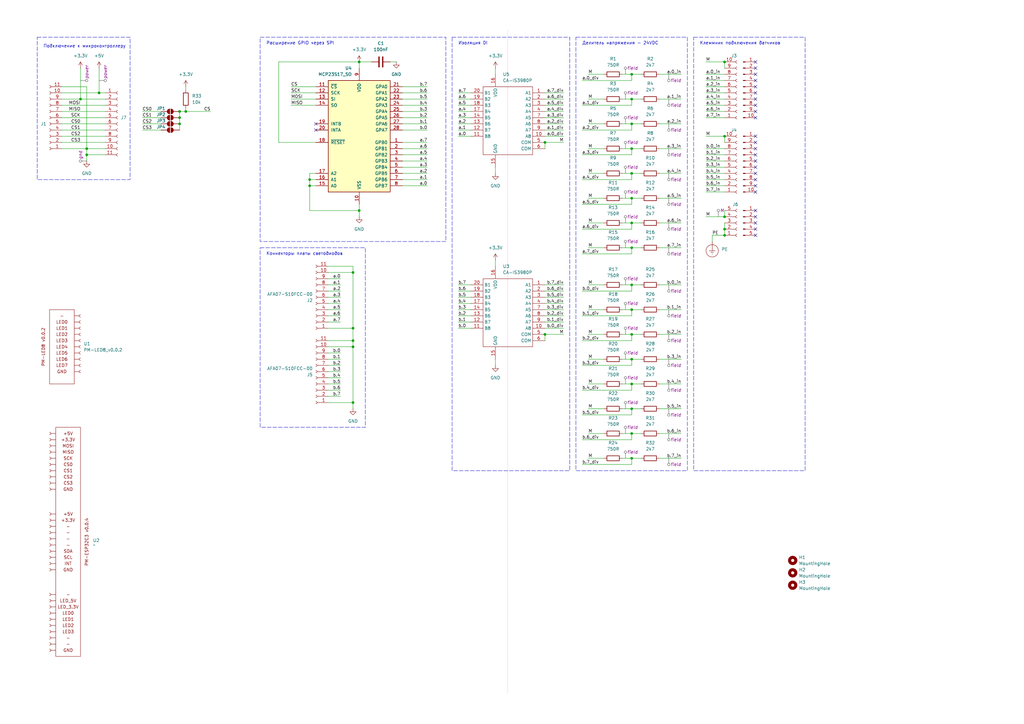
<source format=kicad_sch>
(kicad_sch (version 20231120) (generator "eeschema") (generator_version "8.0")
  (paper "A3")
  (title_block (title "${article} v${version}"))
  (junction (at 127 76.2))
  (junction (at 144.78 165.1))
  (junction (at 35.56 60.96))
  (junction (at 259.08 116.84))
  (junction (at 73.66 50.8))
  (junction (at 144.78 111.76))
  (junction (at 259.08 101.6))
  (junction (at 297.18 88.9))
  (junction (at 259.08 177.8))
  (junction (at 259.08 167.64))
  (junction (at 73.66 48.26))
  (junction (at 73.66 45.72))
  (junction (at 259.08 81.28))
  (junction (at 259.08 30.48))
  (junction (at 297.18 55.88))
  (junction (at 259.08 157.48))
  (junction (at 259.08 71.12))
  (junction (at 297.18 25.4))
  (junction (at 259.08 137.16))
  (junction (at 259.08 40.64))
  (junction (at 40.64 38.1))
  (junction (at 147.32 25.4))
  (junction (at 259.08 147.32))
  (junction (at 297.18 93.98))
  (junction (at 147.32 86.36))
  (junction (at 35.56 63.5))
  (junction (at 127 73.66))
  (junction (at 259.08 50.8))
  (junction (at 144.78 134.62))
  (junction (at 259.08 127))
  (junction (at 144.78 139.7))
  (junction (at 223.52 58.42))
  (junction (at 259.08 187.96))
  (junction (at 223.52 137.16))
  (junction (at 76.2 45.72))
  (junction (at 259.08 91.44))
  (junction (at 297.18 96.52))
  (junction (at 33.02 40.64))
  (junction (at 144.78 142.24))
  (junction (at 259.08 60.96))
  (no_connect (at 129.54 53.34))
  (no_connect (at 309.88 48.26))
  (no_connect (at 309.88 68.58))
  (no_connect (at 309.88 86.36))
  (no_connect (at 309.88 76.2))
  (no_connect (at 309.88 96.52))
  (no_connect (at 309.88 58.42))
  (no_connect (at 309.88 91.44))
  (no_connect (at 309.88 66.04))
  (no_connect (at 309.88 35.56))
  (no_connect (at 309.88 71.12))
  (no_connect (at 309.88 78.74))
  (no_connect (at 309.88 63.5))
  (no_connect (at 309.88 30.48))
  (no_connect (at 309.88 27.94))
  (no_connect (at 309.88 38.1))
  (no_connect (at 309.88 45.72))
  (no_connect (at 309.88 93.98))
  (no_connect (at 309.88 60.96))
  (no_connect (at 309.88 40.64))
  (no_connect (at 309.88 33.02))
  (no_connect (at 309.88 43.18))
  (no_connect (at 309.88 88.9))
  (no_connect (at 309.88 73.66))
  (no_connect (at 309.88 25.4))
  (no_connect (at 309.88 55.88))
  (no_connect (at 129.54 50.8))
  (wire (pts (xy 259.08 177.8) (xy 262.89 177.8)))
  (wire (pts (xy 231.14 132.08) (xy 223.52 132.08)))
  (wire (pts (xy 238.76 73.66) (xy 259.08 73.66)))
  (wire (pts (xy 259.08 73.66) (xy 259.08 71.12)))
  (wire (pts (xy 259.08 83.82) (xy 259.08 81.28)))
  (wire (pts (xy 231.14 50.8) (xy 223.52 50.8)))
  (wire (pts (xy 35.56 60.96) (xy 43.18 60.96)))
  (wire (pts (xy 139.7 119.38) (xy 134.62 119.38)))
  (wire (pts (xy 270.51 40.64) (xy 279.4 40.64)))
  (wire (pts (xy 270.51 137.16) (xy 279.4 137.16)))
  (wire (pts (xy 127 71.12) (xy 127 73.66)))
  (wire (pts (xy 25.4 43.18) (xy 43.18 43.18)))
  (wire (pts (xy 193.04 40.64) (xy 187.96 40.64)))
  (wire (pts (xy 259.08 30.48) (xy 262.89 30.48)))
  (wire (pts (xy 58.42 48.26) (xy 66.04 48.26)))
  (wire (pts (xy 223.52 58.42) (xy 223.52 60.96)))
  (wire (pts (xy 292.1 99.06) (xy 292.1 96.52)))
  (wire (pts (xy 259.08 137.16) (xy 262.89 137.16)))
  (wire (pts (xy 203.2 149.86) (xy 203.2 147.32)))
  (wire (pts (xy 270.51 167.64) (xy 279.4 167.64)))
  (wire (pts (xy 289.56 71.12) (xy 297.18 71.12)))
  (wire (pts (xy 238.76 139.7) (xy 259.08 139.7)))
  (wire (pts (xy 187.96 124.46) (xy 193.04 124.46)))
  (wire (pts (xy 238.76 104.14) (xy 259.08 104.14)))
  (wire (pts (xy 259.08 91.44) (xy 262.89 91.44)))
  (wire (pts (xy 175.26 43.18) (xy 165.1 43.18)))
  (wire (pts (xy 147.32 25.4) (xy 147.32 27.94)))
  (wire (pts (xy 259.08 180.34) (xy 259.08 177.8)))
  (wire (pts (xy 259.08 167.64) (xy 262.89 167.64)))
  (wire (pts (xy 259.08 160.02) (xy 259.08 157.48)))
  (wire (pts (xy 270.51 30.48) (xy 279.4 30.48)))
  (wire (pts (xy 241.3 101.6) (xy 247.65 101.6)))
  (wire (pts (xy 231.14 55.88) (xy 223.52 55.88)))
  (wire (pts (xy 297.18 93.98) (xy 297.18 96.52)))
  (wire (pts (xy 238.76 83.82) (xy 259.08 83.82)))
  (wire (pts (xy 255.27 157.48) (xy 259.08 157.48)))
  (wire (pts (xy 35.56 63.5) (xy 43.18 63.5)))
  (wire (pts (xy 270.51 101.6) (xy 279.4 101.6)))
  (wire (pts (xy 270.51 50.8) (xy 279.4 50.8)))
  (wire (pts (xy 187.96 55.88) (xy 193.04 55.88)))
  (wire (pts (xy 127 73.66) (xy 129.54 73.66)))
  (wire (pts (xy 129.54 38.1) (xy 119.38 38.1)))
  (wire (pts (xy 241.3 137.16) (xy 247.65 137.16)))
  (wire (pts (xy 129.54 71.12) (xy 127 71.12)))
  (wire (pts (xy 134.62 142.24) (xy 144.78 142.24)))
  (wire (pts (xy 231.14 127) (xy 223.52 127)))
  (wire (pts (xy 270.51 116.84) (xy 279.4 116.84)))
  (wire (pts (xy 129.54 40.64) (xy 119.38 40.64)))
  (wire (pts (xy 127 73.66) (xy 127 76.2)))
  (wire (pts (xy 255.27 177.8) (xy 259.08 177.8)))
  (wire (pts (xy 25.4 50.8) (xy 43.18 50.8)))
  (wire (pts (xy 187.96 116.84) (xy 193.04 116.84)))
  (wire (pts (xy 241.3 40.64) (xy 247.65 40.64)))
  (wire (pts (xy 259.08 127) (xy 259.08 129.54)))
  (wire (pts (xy 259.08 40.64) (xy 259.08 43.18)))
  (polyline (pts (xy 208.28 12.7) (xy 208.28 284.48)) (stroke (width 0) (type dot) (color 194 0 194 0.69)))
  (wire (pts (xy 259.08 139.7) (xy 259.08 137.16)))
  (wire (pts (xy 114.3 25.4) (xy 147.32 25.4)))
  (wire (pts (xy 25.4 35.56) (xy 35.56 35.56)))
  (wire (pts (xy 238.76 63.5) (xy 259.08 63.5)))
  (wire (pts (xy 259.08 53.34) (xy 259.08 50.8)))
  (wire (pts (xy 238.76 149.86) (xy 259.08 149.86)))
  (wire (pts (xy 289.56 40.64) (xy 297.18 40.64)))
  (wire (pts (xy 255.27 60.96) (xy 259.08 60.96)))
  (wire (pts (xy 289.56 66.04) (xy 297.18 66.04)))
  (wire (pts (xy 144.78 109.22) (xy 144.78 111.76)))
  (wire (pts (xy 175.26 45.72) (xy 165.1 45.72)))
  (wire (pts (xy 238.76 53.34) (xy 259.08 53.34)))
  (wire (pts (xy 139.7 157.48) (xy 134.62 157.48)))
  (wire (pts (xy 193.04 38.1) (xy 187.96 38.1)))
  (wire (pts (xy 255.27 127) (xy 259.08 127)))
  (wire (pts (xy 270.51 91.44) (xy 279.4 91.44)))
  (wire (pts (xy 255.27 91.44) (xy 259.08 91.44)))
  (wire (pts (xy 270.51 127) (xy 279.4 127)))
  (wire (pts (xy 134.62 139.7) (xy 144.78 139.7)))
  (wire (pts (xy 297.18 88.9) (xy 297.18 86.36)))
  (wire (pts (xy 134.62 111.76) (xy 144.78 111.76)))
  (wire (pts (xy 175.26 63.5) (xy 165.1 63.5)))
  (wire (pts (xy 238.76 93.98) (xy 259.08 93.98)))
  (wire (pts (xy 134.62 165.1) (xy 144.78 165.1)))
  (wire (pts (xy 187.96 43.18) (xy 193.04 43.18)))
  (wire (pts (xy 238.76 119.38) (xy 259.08 119.38)))
  (wire (pts (xy 175.26 71.12) (xy 165.1 71.12)))
  (wire (pts (xy 139.7 127) (xy 134.62 127)))
  (wire (pts (xy 231.14 43.18) (xy 223.52 43.18)))
  (wire (pts (xy 76.2 45.72) (xy 86.36 45.72)))
  (wire (pts (xy 238.76 170.18) (xy 259.08 170.18)))
  (wire (pts (xy 289.56 76.2) (xy 297.18 76.2)))
  (wire (pts (xy 114.3 58.42) (xy 114.3 25.4)))
  (wire (pts (xy 289.56 78.74) (xy 297.18 78.74)))
  (wire (pts (xy 241.3 177.8) (xy 247.65 177.8)))
  (wire (pts (xy 35.56 66.04) (xy 35.56 63.5)))
  (wire (pts (xy 292.1 96.52) (xy 297.18 96.52)))
  (wire (pts (xy 255.27 81.28) (xy 259.08 81.28)))
  (wire (pts (xy 255.27 71.12) (xy 259.08 71.12)))
  (wire (pts (xy 147.32 88.9) (xy 147.32 86.36)))
  (wire (pts (xy 259.08 50.8) (xy 262.89 50.8)))
  (wire (pts (xy 289.56 38.1) (xy 297.18 38.1)))
  (wire (pts (xy 223.52 137.16) (xy 231.14 137.16)))
  (wire (pts (xy 241.3 50.8) (xy 247.65 50.8)))
  (wire (pts (xy 259.08 63.5) (xy 259.08 60.96)))
  (wire (pts (xy 238.76 160.02) (xy 259.08 160.02)))
  (wire (pts (xy 25.4 53.34) (xy 43.18 53.34)))
  (wire (pts (xy 175.26 53.34) (xy 165.1 53.34)))
  (wire (pts (xy 259.08 71.12) (xy 262.89 71.12)))
  (wire (pts (xy 139.7 121.92) (xy 134.62 121.92)))
  (wire (pts (xy 134.62 132.08) (xy 139.7 132.08)))
  (wire (pts (xy 255.27 167.64) (xy 259.08 167.64)))
  (wire (pts (xy 33.02 40.64) (xy 43.18 40.64)))
  (wire (pts (xy 139.7 114.3) (xy 134.62 114.3)))
  (wire (pts (xy 147.32 86.36) (xy 127 86.36)))
  (wire (pts (xy 255.27 30.48) (xy 259.08 30.48)))
  (wire (pts (xy 241.3 187.96) (xy 247.65 187.96)))
  (wire (pts (xy 187.96 53.34) (xy 193.04 53.34)))
  (wire (pts (xy 33.02 27.94) (xy 33.02 40.64)))
  (wire (pts (xy 241.3 91.44) (xy 247.65 91.44)))
  (wire (pts (xy 203.2 106.68) (xy 203.2 109.22)))
  (wire (pts (xy 58.42 45.72) (xy 66.04 45.72)))
  (wire (pts (xy 231.14 129.54) (xy 223.52 129.54)))
  (wire (pts (xy 259.08 30.48) (xy 259.08 33.02)))
  (wire (pts (xy 35.56 63.5) (xy 35.56 60.96)))
  (wire (pts (xy 203.2 27.94) (xy 203.2 30.48)))
  (wire (pts (xy 231.14 119.38) (xy 223.52 119.38)))
  (wire (pts (xy 139.7 116.84) (xy 134.62 116.84)))
  (wire (pts (xy 231.14 45.72) (xy 223.52 45.72)))
  (wire (pts (xy 231.14 53.34) (xy 223.52 53.34)))
  (wire (pts (xy 187.96 127) (xy 193.04 127)))
  (wire (pts (xy 270.51 187.96) (xy 279.4 187.96)))
  (wire (pts (xy 259.08 116.84) (xy 262.89 116.84)))
  (wire (pts (xy 259.08 104.14) (xy 259.08 101.6)))
  (wire (pts (xy 241.3 81.28) (xy 247.65 81.28)))
  (wire (pts (xy 76.2 44.45) (xy 76.2 45.72)))
  (wire (pts (xy 270.51 71.12) (xy 279.4 71.12)))
  (wire (pts (xy 297.18 25.4) (xy 289.56 25.4)))
  (wire (pts (xy 241.3 157.48) (xy 247.65 157.48)))
  (wire (pts (xy 231.14 48.26) (xy 223.52 48.26)))
  (wire (pts (xy 175.26 38.1) (xy 165.1 38.1)))
  (wire (pts (xy 289.56 33.02) (xy 297.18 33.02)))
  (wire (pts (xy 175.26 35.56) (xy 165.1 35.56)))
  (wire (pts (xy 223.52 40.64) (xy 231.14 40.64)))
  (wire (pts (xy 139.7 124.46) (xy 134.62 124.46)))
  (wire (pts (xy 127 76.2) (xy 127 86.36)))
  (wire (pts (xy 238.76 33.02) (xy 259.08 33.02)))
  (wire (pts (xy 175.26 76.2) (xy 165.1 76.2)))
  (wire (pts (xy 289.56 30.48) (xy 297.18 30.48)))
  (wire (pts (xy 129.54 43.18) (xy 119.38 43.18)))
  (wire (pts (xy 139.7 154.94) (xy 134.62 154.94)))
  (wire (pts (xy 255.27 137.16) (xy 259.08 137.16)))
  (wire (pts (xy 129.54 35.56) (xy 119.38 35.56)))
  (wire (pts (xy 259.08 147.32) (xy 262.89 147.32)))
  (wire (pts (xy 187.96 45.72) (xy 193.04 45.72)))
  (wire (pts (xy 73.66 50.8) (xy 73.66 53.34)))
  (wire (pts (xy 270.51 147.32) (xy 279.4 147.32)))
  (wire (pts (xy 270.51 81.28) (xy 279.4 81.28)))
  (wire (pts (xy 241.3 116.84) (xy 247.65 116.84)))
  (wire (pts (xy 231.14 134.62) (xy 223.52 134.62)))
  (wire (pts (xy 289.56 68.58) (xy 297.18 68.58)))
  (wire (pts (xy 175.26 40.64) (xy 165.1 40.64)))
  (wire (pts (xy 223.52 38.1) (xy 231.14 38.1)))
  (wire (pts (xy 73.66 48.26) (xy 73.66 50.8)))
  (wire (pts (xy 259.08 116.84) (xy 259.08 119.38)))
  (wire (pts (xy 187.96 119.38) (xy 193.04 119.38)))
  (wire (pts (xy 289.56 35.56) (xy 297.18 35.56)))
  (wire (pts (xy 162.56 25.4) (xy 160.02 25.4)))
  (wire (pts (xy 289.56 73.66) (xy 297.18 73.66)))
  (wire (pts (xy 289.56 48.26) (xy 297.18 48.26)))
  (wire (pts (xy 40.64 38.1) (xy 25.4 38.1)))
  (wire (pts (xy 175.26 60.96) (xy 165.1 60.96)))
  (wire (pts (xy 175.26 48.26) (xy 165.1 48.26)))
  (wire (pts (xy 175.26 58.42) (xy 165.1 58.42)))
  (wire (pts (xy 241.3 71.12) (xy 247.65 71.12)))
  (wire (pts (xy 187.96 132.08) (xy 193.04 132.08)))
  (wire (pts (xy 259.08 60.96) (xy 262.89 60.96)))
  (wire (pts (xy 76.2 35.56) (xy 76.2 36.83)))
  (wire (pts (xy 259.08 170.18) (xy 259.08 167.64)))
  (wire (pts (xy 289.56 43.18) (xy 297.18 43.18)))
  (wire (pts (xy 238.76 43.18) (xy 259.08 43.18)))
  (wire (pts (xy 139.7 152.4) (xy 134.62 152.4)))
  (wire (pts (xy 134.62 134.62) (xy 144.78 134.62)))
  (wire (pts (xy 259.08 190.5) (xy 259.08 187.96)))
  (wire (pts (xy 289.56 60.96) (xy 297.18 60.96)))
  (wire (pts (xy 289.56 63.5) (xy 297.18 63.5)))
  (wire (pts (xy 255.27 101.6) (xy 259.08 101.6)))
  (wire (pts (xy 241.3 30.48) (xy 247.65 30.48)))
  (wire (pts (xy 259.08 101.6) (xy 262.89 101.6)))
  (wire (pts (xy 187.96 129.54) (xy 193.04 129.54)))
  (wire (pts (xy 259.08 93.98) (xy 259.08 91.44)))
  (wire (pts (xy 238.76 190.5) (xy 259.08 190.5)))
  (wire (pts (xy 259.08 149.86) (xy 259.08 147.32)))
  (wire (pts (xy 175.26 73.66) (xy 165.1 73.66)))
  (wire (pts (xy 241.3 147.32) (xy 247.65 147.32)))
  (wire (pts (xy 144.78 142.24) (xy 144.78 165.1)))
  (wire (pts (xy 35.56 35.56) (xy 35.56 60.96)))
  (wire (pts (xy 297.18 93.98) (xy 297.18 91.44)))
  (wire (pts (xy 231.14 124.46) (xy 223.52 124.46)))
  (wire (pts (xy 147.32 83.82) (xy 147.32 86.36)))
  (wire (pts (xy 58.42 53.34) (xy 66.04 53.34)))
  (wire (pts (xy 40.64 27.94) (xy 40.64 38.1)))
  (wire (pts (xy 297.18 55.88) (xy 297.18 58.42)))
  (wire (pts (xy 139.7 149.86) (xy 134.62 149.86)))
  (wire (pts (xy 270.51 60.96) (xy 279.4 60.96)))
  (wire (pts (xy 203.2 71.12) (xy 203.2 68.58)))
  (wire (pts (xy 25.4 45.72) (xy 43.18 45.72)))
  (wire (pts (xy 223.52 137.16) (xy 223.52 139.7)))
  (wire (pts (xy 144.78 134.62) (xy 144.78 139.7)))
  (wire (pts (xy 35.56 60.96) (xy 25.4 60.96)))
  (wire (pts (xy 259.08 157.48) (xy 262.89 157.48)))
  (wire (pts (xy 139.7 160.02) (xy 134.62 160.02)))
  (wire (pts (xy 255.27 50.8) (xy 259.08 50.8)))
  (wire (pts (xy 139.7 162.56) (xy 134.62 162.56)))
  (wire (pts (xy 58.42 50.8) (xy 66.04 50.8)))
  (wire (pts (xy 40.64 38.1) (xy 43.18 38.1)))
  (wire (pts (xy 259.08 40.64) (xy 262.89 40.64)))
  (wire (pts (xy 241.3 127) (xy 247.65 127)))
  (wire (pts (xy 139.7 144.78) (xy 134.62 144.78)))
  (wire (pts (xy 25.4 55.88) (xy 43.18 55.88)))
  (wire (pts (xy 223.52 58.42) (xy 231.14 58.42)))
  (wire (pts (xy 241.3 60.96) (xy 247.65 60.96)))
  (wire (pts (xy 255.27 187.96) (xy 259.08 187.96)))
  (wire (pts (xy 33.02 40.64) (xy 25.4 40.64)))
  (wire (pts (xy 73.66 45.72) (xy 73.66 48.26)))
  (wire (pts (xy 259.08 187.96) (xy 262.89 187.96)))
  (wire (pts (xy 147.32 25.4) (xy 152.4 25.4)))
  (wire (pts (xy 238.76 129.54) (xy 259.08 129.54)))
  (wire (pts (xy 255.27 40.64) (xy 259.08 40.64)))
  (wire (pts (xy 187.96 48.26) (xy 193.04 48.26)))
  (wire (pts (xy 255.27 147.32) (xy 259.08 147.32)))
  (wire (pts (xy 289.56 45.72) (xy 297.18 45.72)))
  (wire (pts (xy 187.96 134.62) (xy 193.04 134.62)))
  (wire (pts (xy 175.26 50.8) (xy 165.1 50.8)))
  (wire (pts (xy 231.14 116.84) (xy 223.52 116.84)))
  (wire (pts (xy 144.78 165.1) (xy 144.78 167.64)))
  (wire (pts (xy 187.96 50.8) (xy 193.04 50.8)))
  (wire (pts (xy 187.96 121.92) (xy 193.04 121.92)))
  (wire (pts (xy 297.18 25.4) (xy 297.18 27.94)))
  (wire (pts (xy 129.54 58.42) (xy 114.3 58.42)))
  (wire (pts (xy 270.51 157.48) (xy 279.4 157.48)))
  (wire (pts (xy 139.7 147.32) (xy 134.62 147.32)))
  (wire (pts (xy 127 76.2) (xy 129.54 76.2)))
  (wire (pts (xy 270.51 177.8) (xy 279.4 177.8)))
  (wire (pts (xy 255.27 116.84) (xy 259.08 116.84)))
  (wire (pts (xy 25.4 58.42) (xy 43.18 58.42)))
  (wire (pts (xy 231.14 121.92) (xy 223.52 121.92)))
  (wire (pts (xy 175.26 66.04) (xy 165.1 66.04)))
  (wire (pts (xy 297.18 55.88) (xy 289.56 55.88)))
  (wire (pts (xy 241.3 167.64) (xy 247.65 167.64)))
  (wire (pts (xy 134.62 109.22) (xy 144.78 109.22)))
  (wire (pts (xy 73.66 45.72) (xy 76.2 45.72)))
  (wire (pts (xy 238.76 180.34) (xy 259.08 180.34)))
  (wire (pts (xy 289.56 88.9) (xy 297.18 88.9)))
  (wire (pts (xy 144.78 111.76) (xy 144.78 134.62)))
  (wire (pts (xy 175.26 68.58) (xy 165.1 68.58)))
  (wire (pts (xy 144.78 139.7) (xy 144.78 142.24)))
  (wire (pts (xy 259.08 127) (xy 262.89 127)))
  (wire (pts (xy 134.62 129.54) (xy 139.7 129.54)))
  (wire (pts (xy 259.08 81.28) (xy 262.89 81.28)))
  (wire (pts (xy 25.4 48.26) (xy 43.18 48.26)))
  (rectangle (start 236.22 15.24) (end 281.94 193.04) (stroke (width 0) (type dash)))
  (rectangle (start 15.24 15.24) (end 53.34 73.66) (stroke (width 0) (type dash)))
  (rectangle (start 185.42 15.24) (end 233.68 193.04) (stroke (width 0) (type dash)))
  (rectangle (start 106.68 101.6) (end 149.86 175.26) (stroke (width 0) (type dash)))
  (rectangle (start 284.48 15.24) (end 330.2 193.04) (stroke (width 0) (type dash)))
  (rectangle (start 106.68 15.24) (end 182.88 99.06) (stroke (width 0) (type dash)))
  (text "Делитель напряжения - 24VDC" (at 238.76 17.78 0) (effects (font (size 1.27 1.27)) (justify left)))
  (text "Подключение к микроконтроллеру" (at 17.78 18.288 0) (effects (font (size 1.27 1.27)) (justify left top)))
  (text "Клеммник подключения датчиков" (at 287.02 17.78 0) (effects (font (size 1.27 1.27)) (justify left)))
  (text "Расширение GPIO через SPI" (at 109.22 17.78 0) (effects (font (size 1.27 1.27)) (justify left)))
  (text "Изоляция DI" (at 187.96 17.78 0) (effects (font (size 1.27 1.27)) (justify left)))
  (text "Коннекторы платы светодиодов" (at 109.22 104.14 0) (effects (font (size 1.27 1.27)) (justify left)))
  (label "b.6_div" (at 238.76 180.34 0))
  (label "a.7" (at 187.96 38.1 0))
  (label "a.1_div" (at 238.76 43.18 0))
  (label "b.0_div" (at 238.76 119.38 0))
  (label "a.3_div" (at 231.14 48.26 180))
  (label "M" (at 289.56 55.88 0))
  (label "a.7" (at 139.7 132.08 180))
  (label "a.2_div" (at 231.14 50.8 180))
  (label "a.7_in" (at 289.56 48.26 0))
  (label "b.1_div" (at 231.14 132.08 180))
  (label "a.3_div" (at 238.76 63.5 0))
  (label "MOSI" (at 119.38 40.64 0))
  (label "b.7" (at 175.26 35.56 180))
  (label "b.0_div" (at 231.14 134.62 180))
  (label "a.5_div" (at 231.14 43.18 180))
  (label "MISO" (at 119.38 43.18 0))
  (label "a.0_in" (at 289.56 30.48 0))
  (label "a.2" (at 175.26 71.12 180))
  (label "b.2_in" (at 289.56 66.04 0))
  (label "a.5" (at 175.26 63.5 180))
  (label "b.0" (at 187.96 134.62 0))
  (label "M" (at 241.3 101.6 0))
  (label "b.1_in" (at 289.56 63.5 0))
  (label "a.5" (at 187.96 43.18 0))
  (label "b.7" (at 139.7 162.56 180))
  (label "b.5_in" (at 279.4 167.64 180))
  (label "M" (at 241.3 127 0))
  (label "M" (at 231.14 58.42 180))
  (label "a.4_div" (at 231.14 45.72 180))
  (label "b.4_in" (at 279.4 157.48 180))
  (label "a.5_in" (at 279.4 81.28 180))
  (label "MOSI" (at 33.02 43.18 180))
  (label "CS" (at 119.38 35.56 0))
  (label "b.3" (at 187.96 127 0))
  (label "CS0" (at 58.42 45.72 0))
  (label "M" (at 241.3 177.8 0))
  (label "M" (at 241.3 71.12 0))
  (label "a.5_in" (at 289.56 43.18 0))
  (label "a.1" (at 187.96 53.34 0))
  (label "a.4" (at 175.26 66.04 180))
  (label "a.4_div" (at 238.76 73.66 0))
  (label "CS2" (at 58.42 50.8 0))
  (label "M" (at 241.3 187.96 0))
  (label "b.4" (at 139.7 154.94 180))
  (label "a.0" (at 187.96 55.88 0))
  (label "a.6" (at 175.26 60.96 180))
  (label "M" (at 241.3 50.8 0))
  (label "M" (at 241.3 167.64 0))
  (label "a.7" (at 175.26 58.42 180))
  (label "a.4" (at 139.7 124.46 180))
  (label "a.3_in" (at 279.4 60.96 180))
  (label "CS3" (at 58.42 53.34 0))
  (label "M" (at 241.3 40.64 0))
  (label "b.3" (at 139.7 152.4 180))
  (label "a.6" (at 187.96 40.64 0))
  (label "b.5_in" (at 289.56 73.66 0))
  (label "b.2" (at 139.7 149.86 180))
  (label "b.7_div" (at 238.76 190.5 0))
  (label "MISO" (at 33.02 45.72 180))
  (label "b.0_in" (at 289.56 60.96 0))
  (label "a.6" (at 139.7 129.54 180))
  (label "b.2_div" (at 231.14 129.54 180))
  (label "b.4" (at 187.96 124.46 0))
  (label "CS1" (at 58.42 48.26 0))
  (label "b.6" (at 139.7 160.02 180))
  (label "b.4" (at 175.26 43.18 180))
  (label "M" (at 241.3 157.48 0))
  (label "CS" (at 86.36 45.72 180))
  (label "CS3" (at 33.02 58.42 180))
  (label "a.0" (at 175.26 76.2 180))
  (label "M" (at 241.3 137.16 0))
  (label "b.6_in" (at 289.56 76.2 0))
  (label "CS1" (at 33.02 53.34 180))
  (label "b.0_in" (at 279.4 116.84 180))
  (label "a.4_in" (at 279.4 71.12 180))
  (label "CS0" (at 33.02 50.8 180))
  (label "b.6_in" (at 279.4 177.8 180))
  (label "b.6" (at 187.96 119.38 0))
  (label "M" (at 231.14 137.16 180))
  (label "b.1_div" (at 238.76 129.54 0))
  (label "a.1_div" (at 231.14 53.34 180))
  (label "a.0_div" (at 238.76 33.02 0))
  (label "b.6" (at 175.26 38.1 180))
  (label "a.7_in" (at 279.4 101.6 180))
  (label "a.1" (at 139.7 116.84 180))
  (label "PE" (at 292.1 96.52 0))
  (label "a.4" (at 187.96 45.72 0))
  (label "a.5" (at 139.7 127 180))
  (label "b.7_in" (at 289.56 78.74 0))
  (label "b.7_in" (at 279.4 187.96 180))
  (label "a.1" (at 175.26 73.66 180))
  (label "a.0" (at 139.7 114.3 180))
  (label "SCK" (at 119.38 38.1 0))
  (label "b.5_div" (at 231.14 121.92 180))
  (label "M" (at 241.3 60.96 0))
  (label "a.1_in" (at 289.56 33.02 0))
  (label "b.3_div" (at 238.76 149.86 0))
  (label "b.4_div" (at 238.76 160.02 0))
  (label "a.6_div" (at 231.14 40.64 180))
  (label "a.2_div" (at 238.76 53.34 0))
  (label "a.3_in" (at 289.56 38.1 0))
  (label "a.3" (at 175.26 68.58 180))
  (label "M" (at 241.3 30.48 0))
  (label "a.2" (at 187.96 50.8 0))
  (label "a.0_in" (at 279.4 30.48 180))
  (label "M" (at 289.56 88.9 0))
  (label "a.3" (at 187.96 48.26 0))
  (label "b.3" (at 175.26 45.72 180))
  (label "b.2" (at 187.96 129.54 0))
  (label "a.5_div" (at 238.76 83.82 0))
  (label "b.1" (at 175.26 50.8 180))
  (label "b.5" (at 139.7 157.48 180))
  (label "b.3_in" (at 289.56 68.58 0))
  (label "b.2_in" (at 279.4 137.16 180))
  (label "b.1" (at 139.7 147.32 180))
  (label "a.6_div" (at 238.76 93.98 0))
  (label "a.7_div" (at 238.76 104.14 0))
  (label "b.7" (at 187.96 116.84 0))
  (label "CS2" (at 33.02 55.88 180))
  (label "a.2" (at 139.7 119.38 180))
  (label "b.5_div" (at 238.76 170.18 0))
  (label "b.4_in" (at 289.56 71.12 0))
  (label "b.7_div" (at 231.14 116.84 180))
  (label "a.6_in" (at 289.56 45.72 0))
  (label "b.0" (at 175.26 53.34 180))
  (label "a.7_div" (at 231.14 38.1 180))
  (label "a.6_in" (at 279.4 91.44 180))
  (label "SCK" (at 33.02 48.26 180))
  (label "a.2_in" (at 289.56 35.56 0))
  (label "a.3" (at 139.7 121.92 180))
  (label "b.4_div" (at 231.14 124.46 180))
  (label "b.1" (at 187.96 132.08 0))
  (label "b.1_in" (at 279.4 127 180))
  (label "b.2" (at 175.26 48.26 180))
  (label "b.3_in" (at 279.4 147.32 180))
  (label "b.5" (at 175.26 40.64 180))
  (label "b.3_div" (at 231.14 127 180))
  (label "a.1_in" (at 279.4 40.64 180))
  (label "M" (at 241.3 91.44 0))
  (label "a.4_in" (at 289.56 40.64 0))
  (label "b.2_div" (at 238.76 139.7 0))
  (label "a.0_div" (at 231.14 55.88 180))
  (label "b.0" (at 139.7 144.78 180))
  (label "b.6_div" (at 231.14 119.38 180))
  (label "a.2_in" (at 279.4 50.8 180))
  (label "b.5" (at 187.96 121.92 0))
  (label "M" (at 241.3 81.28 0))
  (label "M" (at 241.3 147.32 0))
  (label "M" (at 289.56 25.4 0))
  (label "M" (at 241.3 116.84 0))
  (netclass_flag "" (length 2.54) (shape round) (at 274.32 81.28 180) (property "Netclass" "field" (at 275.0185 83.82 0) (effects (font (italic yes)) (justify left))))
  (netclass_flag "" (length 2.54) (shape round) (at 256.54 71.12 0) (property "Netclass" "field" (at 257.2385 68.58 0) (effects (font (italic yes)) (justify left))))
  (netclass_flag "" (length 2.54) (shape round) (at 256.54 40.64 0) (property "Netclass" "field" (at 257.2385 38.1 0) (effects (font (italic yes)) (justify left))))
  (netclass_flag "" (length 2.54) (shape round) (at 274.32 71.12 180) (property "Netclass" "field" (at 275.0185 73.66 0) (effects (font (italic yes)) (justify left))))
  (netclass_flag "" (length 2.54) (shape round) (at 274.32 187.96 180) (property "Netclass" "field" (at 275.0185 190.5 0) (effects (font (italic yes)) (justify left))))
  (netclass_flag "" (length 2.54) (shape round) (at 256.54 50.8 0) (property "Netclass" "field" (at 257.2385 48.26 0) (effects (font (italic yes)) (justify left))))
  (netclass_flag "" (length 2.54) (shape round) (at 274.32 101.6 180) (property "Netclass" "field" (at 275.0185 104.14 0) (effects (font (italic yes)) (justify left))))
  (netclass_flag "" (length 2.54) (shape round) (at 40.64 33.02 270) (property "Netclass" "power" (at 43.18 32.3215 90) (effects (font (italic yes)) (justify left))))
  (netclass_flag "" (length 2.54) (shape round) (at 274.32 50.8 180) (property "Netclass" "field" (at 275.0185 53.34 0) (effects (font (italic yes)) (justify left))))
  (netclass_flag "" (length 2.54) (shape round) (at 274.32 30.48 180) (property "Netclass" "field" (at 275.0185 33.02 0) (effects (font (italic yes)) (justify left))))
  (netclass_flag "" (length 2.54) (shape round) (at 256.54 127 0) (property "Netclass" "field" (at 257.2385 124.46 0) (effects (font (italic yes)) (justify left))))
  (netclass_flag "" (length 2.54) (shape round) (at 256.54 101.6 0) (property "Netclass" "field" (at 257.2385 99.06 0) (effects (font (italic yes)) (justify left))))
  (netclass_flag "" (length 2.54) (shape round) (at 274.32 177.8 180) (property "Netclass" "field" (at 275.0185 180.34 0) (effects (font (italic yes)) (justify left))))
  (netclass_flag "" (length 2.54) (shape round) (at 274.32 127 180) (property "Netclass" "field" (at 275.0185 129.54 0) (effects (font (italic yes)) (justify left))))
  (netclass_flag "" (length 2.54) (shape round) (at 274.32 157.48 180) (property "Netclass" "field" (at 275.0185 160.02 0) (effects (font (italic yes)) (justify left))))
  (netclass_flag "" (length 2.54) (shape round) (at 256.54 177.8 0) (property "Netclass" "field" (at 257.2385 175.26 0) (effects (font (italic yes)) (justify left))))
  (netclass_flag "" (length 2.54) (shape round) (at 274.32 147.32 180) (property "Netclass" "field" (at 275.0185 149.86 0) (effects (font (italic yes)) (justify left))))
  (netclass_flag "" (length 2.54) (shape round) (at 256.54 81.28 0) (property "Netclass" "field" (at 257.2385 78.74 0) (effects (font (italic yes)) (justify left))))
  (netclass_flag "" (length 2.54) (shape round) (at 256.54 60.96 0) (property "Netclass" "field" (at 257.2385 58.42 0) (effects (font (italic yes)) (justify left))))
  (netclass_flag "" (length 2.54) (shape round) (at 256.54 91.44 0) (property "Netclass" "field" (at 257.2385 88.9 0) (effects (font (italic yes)) (justify left))))
  (netclass_flag "" (length 2.54) (shape round) (at 256.54 157.48 0) (property "Netclass" "field" (at 257.2385 154.94 0) (effects (font (italic yes)) (justify left))))
  (netclass_flag "" (length 2.54) (shape round) (at 256.54 167.64 0) (property "Netclass" "field" (at 257.2385 165.1 0) (effects (font (italic yes)) (justify left))))
  (netclass_flag "" (length 2.54) (shape round) (at 33.02 33.02 270) (property "Netclass" "power" (at 35.56 32.3215 90) (effects (font (italic yes)) (justify left))))
  (netclass_flag "" (length 2.54) (shape round) (at 256.54 30.48 0) (property "Netclass" "field" (at 257.2385 27.94 0) (effects (font (italic yes)) (justify left))))
  (netclass_flag "" (length 2.54) (shape round) (at 274.32 167.64 180) (property "Netclass" "field" (at 275.0185 170.18 0) (effects (font (italic yes)) (justify left))))
  (netclass_flag "" (length 2.54) (shape round) (at 274.32 40.64 180) (property "Netclass" "field" (at 275.0185 43.18 0) (effects (font (italic yes)) (justify left))))
  (netclass_flag "" (length 2.54) (shape round) (at 274.32 60.96 180) (property "Netclass" "field" (at 275.0185 63.5 0) (effects (font (italic yes)) (justify left))))
  (netclass_flag "" (length 2.54) (shape round) (at 256.54 187.96 0) (property "Netclass" "field" (at 257.2385 185.42 0) (effects (font (italic yes)) (justify left))))
  (netclass_flag "" (length 2.54) (shape round) (at 256.54 137.16 0) (property "Netclass" "field" (at 257.2385 134.62 0) (effects (font (italic yes)) (justify left))))
  (netclass_flag "" (length 2.54) (shape round) (at 274.32 116.84 180) (property "Netclass" "field" (at 275.0185 119.38 0) (effects (font (italic yes)) (justify left))))
  (netclass_flag "" (length 2.54) (shape round) (at 274.32 91.44 180) (property "Netclass" "field" (at 275.0185 93.98 0) (effects (font (italic yes)) (justify left))))
  (netclass_flag "" (length 2.54) (shape round) (at 274.32 137.16 180) (property "Netclass" "field" (at 275.0185 139.7 0) (effects (font (italic yes)) (justify left))))
  (netclass_flag "" (length 2.54) (shape round) (at 294.64 88.9 0) (property "Netclass" "M" (at 295.3385 86.36 0) (effects (font (italic yes)) (justify left))))
  (netclass_flag "" (length 2.54) (shape round) (at 256.54 116.84 0) (property "Netclass" "field" (at 257.2385 114.3 0) (effects (font (italic yes)) (justify left))))
  (netclass_flag "" (length 2.54) (shape round) (at 256.54 147.32 0) (property "Netclass" "field" (at 257.2385 144.78 0) (effects (font (italic yes)) (justify left))))
  (netclass_flag "" (length 2.54) (shape round) (at 35.56 66.04 90) (property "Netclass" "gnd" (at 33.02 65.3415 90) (effects (font (italic yes)) (justify left))))
  (symbol (lib_id "kicad_inventree_lib:R_2k7_0603_1%") (at 266.7 40.64 90) (unit 1)
    (property "Reference" "R4" (at 266.7 34.29 90))
    (property "Value" "2k7" (at 266.7 36.83 90))
    (property "Footprint" "Resistor_SMD:R_0603_1608Metric" (effects (hide yes)))
    (property "Datasheet" "http://inventree.network/part/246/" (effects (hide yes)))
    (property "Description" "Resistor" (effects (hide yes)))
    (property "part_ipn" "R_2k7_0603_1%" (effects (hide yes)))
  )
  (symbol (lib_id "kicad_inventree_lib:R_2k7_0603_1%") (at 266.7 187.96 90) (unit 1)
    (property "Reference" "R32" (at 266.7 181.61 90))
    (property "Value" "2k7" (at 266.7 184.15 90))
    (property "Footprint" "Resistor_SMD:R_0603_1608Metric" (effects (hide yes)))
    (property "Datasheet" "http://inventree.network/part/246/" (effects (hide yes)))
    (property "Description" "Resistor" (effects (hide yes)))
    (property "part_ipn" "R_2k7_0603_1%" (effects (hide yes)))
  )
  (symbol (lib_id "kicad_inventree_lib:15EDGK-3.5-10P") (at 304.8 35.56 0) (unit 1) (on_board no)
    (property "Reference" "J8" (effects (hide yes)))
    (property "Value" "15EDGK-3.5-10P" (effects (hide yes)))
    (property "Datasheet" "http://inventree.network/part/248/" (effects (hide yes)))
    (property "Description" "Generic connector, single row, 01x10, script generated" (effects (hide yes)))
    (property "part_ipn" "15EDGK-3.5-10P" (effects (hide yes)))
  )
  (symbol (lib_id "kicad_inventree_lib:R_2k7_0603_1%") (at 266.7 127 90) (unit 1)
    (property "Reference" "R26" (at 266.7 120.65 90))
    (property "Value" "2k7" (at 266.7 123.19 90))
    (property "Footprint" "Resistor_SMD:R_0603_1608Metric" (effects (hide yes)))
    (property "Datasheet" "http://inventree.network/part/246/" (effects (hide yes)))
    (property "Description" "Resistor" (effects (hide yes)))
    (property "part_ipn" "R_2k7_0603_1%" (effects (hide yes)))
  )
  (symbol (lib_id "kicad_inventree_lib:15EDGRC-3.5-10P") (at 302.26 38.1 0) (mirror x) (unit 1)
    (property "Reference" "J3" (at 302.26 22.86 0) (effects (justify right)))
    (property "Value" "15EDGRC-3.5-10P" (effects (hide yes)))
    (property "Footprint" "kicad_inventree_lib:15EDGRC-3.5-10P" (effects (hide yes)))
    (property "Datasheet" "http://inventree.network/part/237/" (effects (hide yes)))
    (property "Description" "Generic connector, single row, 01x09, script generated" (effects (hide yes)))
    (property "part_ipn" "15EDGRC-3.5-10P" (effects (hide yes)))
  )
  (symbol (lib_id "Mechanical:MountingHole") (at 325.12 229.87 0) (unit 1) (exclude_from_sim yes) (in_bom no)
    (property "Reference" "H1" (at 327.66 228.5999 0) (effects (justify left)))
    (property "Value" "MountingHole" (at 327.66 231.1399 0) (effects (justify left)))
    (property "Footprint" "MountingHole:MountingHole_3.2mm_M3" (effects (hide yes)))
    (property "Description" "Mounting Hole without connection" (effects (hide yes)))
  )
  (symbol (lib_id "kicad_inventree_lib:R_2k7_0603_1%") (at 266.7 101.6 90) (unit 1)
    (property "Reference" "R16" (at 266.7 95.25 90))
    (property "Value" "2k7" (at 266.7 97.79 90))
    (property "Footprint" "Resistor_SMD:R_0603_1608Metric" (effects (hide yes)))
    (property "Datasheet" "http://inventree.network/part/246/" (effects (hide yes)))
    (property "Description" "Resistor" (effects (hide yes)))
    (property "part_ipn" "R_2k7_0603_1%" (effects (hide yes)))
  )
  (symbol (lib_name "AFA07-S10FCC-00_1") (lib_id "kicad_inventree_lib:AFA07-S10FCC-00") (at 129.54 124.46 180) (unit 1)
    (property "Reference" "J2" (at 128.27 123.1901 0) (effects (justify left)))
    (property "Value" "AFA07-S10FCC-00" (at 128.27 120.6501 0) (effects (justify left)))
    (property "Footprint" "kicad_inventree_lib:CONN10_AFA07-S10_JUS" (effects (hide yes)))
    (property "Datasheet" "http://inventree.network/part/170/" (effects (hide yes)))
    (property "Description" "Generic connector, single row, 01x10, script generated" (effects (hide yes)))
    (property "part_ipn" "AFA07-S10FCC-00" (effects (hide yes)))
  )
  (symbol (lib_name "AFA07-S10FCC-00_1") (lib_id "kicad_inventree_lib:AFA07-S10FCC-00") (at 129.54 154.94 180) (unit 1)
    (property "Reference" "J5" (at 128.27 153.6701 0) (effects (justify left)))
    (property "Value" "AFA07-S10FCC-00" (at 128.27 151.1301 0) (effects (justify left)))
    (property "Footprint" "kicad_inventree_lib:CONN10_AFA07-S10_JUS" (effects (hide yes)))
    (property "Datasheet" "http://inventree.network/part/170/" (effects (hide yes)))
    (property "Description" "Generic connector, single row, 01x10, script generated" (effects (hide yes)))
    (property "part_ipn" "AFA07-S10FCC-00" (effects (hide yes)))
  )
  (symbol (lib_id "Mechanical:MountingHole") (at 325.12 240.03 0) (unit 1) (exclude_from_sim yes) (in_bom no)
    (property "Reference" "H3" (at 327.66 238.7599 0) (effects (justify left)))
    (property "Value" "MountingHole" (at 327.66 241.2999 0) (effects (justify left)))
    (property "Footprint" "MountingHole:MountingHole_3.2mm_M3" (effects (hide yes)))
    (property "Description" "Mounting Hole without connection" (effects (hide yes)))
  )
  (symbol (lib_id "kicad_inventree_lib:R_10k_0603_1%") (at 76.2 40.64 0) (unit 1)
    (property "Reference" "R33" (at 78.74 39.3699 0) (effects (justify left)))
    (property "Value" "10k" (at 78.74 41.9099 0) (effects (justify left)))
    (property "Footprint" "Resistor_SMD:R_0603_1608Metric" (effects (hide yes)))
    (property "Datasheet" "http://inventree.network/part/222/" (effects (hide yes)))
    (property "Description" "Resistor" (effects (hide yes)))
    (property "part_ipn" "R_10k_0603_1%" (effects (hide yes)))
  )
  (symbol (lib_id "Jumper:SolderJumper_2_Open") (at 69.85 45.72 0) (unit 1) (exclude_from_sim yes) (in_bom no)
    (property "Reference" "JP1" (at 66.04 44.45 0))
    (property "Value" "SolderJumper_2_Open" (effects (hide yes)))
    (property "Footprint" "Jumper:SolderJumper-2_P1.3mm_Open_RoundedPad1.0x1.5mm" (effects (hide yes)))
    (property "Description" "Solder Jumper, 2-pole, open" (effects (hide yes)))
  )
  (symbol (lib_id "power:+3.3V") (at 33.02 27.94 0) (mirror y) (unit 1)
    (property "Reference" "#PWR02" (effects (hide yes)))
    (property "Value" "+3.3V" (at 33.02 22.86 0))
    (property "Description" "Power symbol creates a global label with name \"+3.3V\"" (effects (hide yes)))
  )
  (symbol (lib_id "kicad_inventree_lib:R_2k7_0603_1%") (at 266.7 91.44 90) (unit 1)
    (property "Reference" "R14" (at 266.7 85.09 90))
    (property "Value" "2k7" (at 266.7 87.63 90))
    (property "Footprint" "Resistor_SMD:R_0603_1608Metric" (effects (hide yes)))
    (property "Datasheet" "http://inventree.network/part/246/" (effects (hide yes)))
    (property "Description" "Resistor" (effects (hide yes)))
    (property "part_ipn" "R_2k7_0603_1%" (effects (hide yes)))
  )
  (symbol (lib_id "kicad_inventree_lib:PM-ESP32C3_v0.0.4") (at 27.94 172.72 0) (unit 1) (in_bom no)
    (property "Reference" "U2" (at 38.1 221.6149 0) (effects (justify left)))
    (property "Value" "~" (at 38.1 223.52 0) (effects (justify left)))
    (property "Footprint" "kicad_inventree_lib:PM-ESP32C3_v0.0.4" (effects (hide yes)))
    (property "part_ipn" "PM-ESP32C3_v0.0.4" (effects (hide yes)))
  )
  (symbol (lib_id "kicad_inventree_lib:R_2k7_0603_1%") (at 266.7 167.64 90) (unit 1)
    (property "Reference" "R30" (at 266.7 161.29 90))
    (property "Value" "2k7" (at 266.7 163.83 90))
    (property "Footprint" "Resistor_SMD:R_0603_1608Metric" (effects (hide yes)))
    (property "Datasheet" "http://inventree.network/part/246/" (effects (hide yes)))
    (property "Description" "Resistor" (effects (hide yes)))
    (property "part_ipn" "R_2k7_0603_1%" (effects (hide yes)))
  )
  (symbol (lib_id "kicad_inventree_lib:15EDGK-3.5-10P") (at 304.8 66.04 0) (unit 1) (on_board no)
    (property "Reference" "J9" (effects (hide yes)))
    (property "Value" "15EDGK-3.5-10P" (effects (hide yes)))
    (property "Datasheet" "http://inventree.network/part/248/" (effects (hide yes)))
    (property "Description" "Generic connector, single row, 01x10, script generated" (effects (hide yes)))
    (property "part_ipn" "15EDGK-3.5-10P" (effects (hide yes)))
  )
  (symbol (lib_id "power:+3.3V") (at 76.2 35.56 0) (mirror y) (unit 1)
    (property "Reference" "#PWR012" (effects (hide yes)))
    (property "Value" "+3.3V" (at 76.2 30.48 0))
    (property "Description" "Power symbol creates a global label with name \"+3.3V\"" (effects (hide yes)))
  )
  (symbol (lib_id "kicad_inventree_lib:15EDGK-3.5-05P") (at 304.8 96.52 0) (unit 1) (on_board no)
    (property "Reference" "J10" (effects (hide yes)))
    (property "Value" "15EDGK-3.5-05P" (effects (hide yes)))
    (property "Datasheet" "http://inventree.network/part/250/" (effects (hide yes)))
    (property "Description" "Generic connector, single row, 01x10, script generated" (effects (hide yes)))
    (property "part_ipn" "15EDGK-3.5-05P" (effects (hide yes)))
  )
  (symbol (lib_id "power:GND") (at 203.2 71.12 0) (unit 1)
    (property "Reference" "#PWR05" (effects (hide yes)))
    (property "Value" "GND" (at 203.2 76.2 0))
    (property "Description" "Power symbol creates a global label with name \"GND\" , ground" (effects (hide yes)))
  )
  (symbol (lib_id "power:+5V") (at 40.64 27.94 0) (mirror y) (unit 1)
    (property "Reference" "#PWR01" (effects (hide yes)))
    (property "Value" "+5V" (at 40.64 22.86 0))
    (property "Description" "Power symbol creates a global label with name \"+5V\"" (effects (hide yes)))
  )
  (symbol (lib_id "kicad_inventree_lib:R_2k7_0603_1%") (at 266.7 30.48 90) (unit 1)
    (property "Reference" "R2" (at 266.7 24.13 90))
    (property "Value" "2k7" (at 266.7 26.67 90))
    (property "Footprint" "Resistor_SMD:R_0603_1608Metric" (effects (hide yes)))
    (property "Datasheet" "http://inventree.network/part/246/" (effects (hide yes)))
    (property "Description" "Resistor" (effects (hide yes)))
    (property "part_ipn" "R_2k7_0603_1%" (effects (hide yes)))
  )
  (symbol (lib_id "kicad_inventree_lib:R_750R_0603_1%") (at 251.46 167.64 90) (unit 1)
    (property "Reference" "R22" (at 251.46 161.29 90))
    (property "Value" "750R" (at 251.46 163.83 90))
    (property "Footprint" "Resistor_SMD:R_0603_1608Metric" (effects (hide yes)))
    (property "Datasheet" "http://inventree.network/part/245/" (effects (hide yes)))
    (property "Description" "Resistor" (effects (hide yes)))
    (property "part_ipn" "R_750R_0603_1%" (effects (hide yes)))
  )
  (symbol (lib_id "kicad_inventree_lib:R_2k7_0603_1%") (at 266.7 157.48 90) (unit 1)
    (property "Reference" "R29" (at 266.7 151.13 90))
    (property "Value" "2k7" (at 266.7 153.67 90))
    (property "Footprint" "Resistor_SMD:R_0603_1608Metric" (effects (hide yes)))
    (property "Datasheet" "http://inventree.network/part/246/" (effects (hide yes)))
    (property "Description" "Resistor" (effects (hide yes)))
    (property "part_ipn" "R_2k7_0603_1%" (effects (hide yes)))
  )
  (symbol (lib_id "kicad_inventree_lib:R_2k7_0603_1%") (at 266.7 81.28 90) (unit 1)
    (property "Reference" "R12" (at 266.7 74.93 90))
    (property "Value" "2k7" (at 266.7 77.47 90))
    (property "Footprint" "Resistor_SMD:R_0603_1608Metric" (effects (hide yes)))
    (property "Datasheet" "http://inventree.network/part/246/" (effects (hide yes)))
    (property "Description" "Resistor" (effects (hide yes)))
    (property "part_ipn" "R_2k7_0603_1%" (effects (hide yes)))
  )
  (symbol (lib_id "kicad_inventree_lib:R_750R_0603_1%") (at 251.46 101.6 90) (unit 1)
    (property "Reference" "R15" (at 251.46 95.25 90))
    (property "Value" "750R" (at 251.46 97.79 90))
    (property "Footprint" "Resistor_SMD:R_0603_1608Metric" (effects (hide yes)))
    (property "Datasheet" "http://inventree.network/part/245/" (effects (hide yes)))
    (property "Description" "Resistor" (effects (hide yes)))
    (property "part_ipn" "R_750R_0603_1%" (effects (hide yes)))
  )
  (symbol (lib_id "power:GND") (at 147.32 88.9 0) (mirror y) (unit 1)
    (property "Reference" "#PWR09" (effects (hide yes)))
    (property "Value" "GND" (at 147.32 93.98 0))
    (property "Description" "Power symbol creates a global label with name \"GND\" , ground" (effects (hide yes)))
  )
  (symbol (lib_id "kicad_inventree_lib:R_750R_0603_1%") (at 251.46 157.48 90) (unit 1)
    (property "Reference" "R21" (at 251.46 151.13 90))
    (property "Value" "750R" (at 251.46 153.67 90))
    (property "Footprint" "Resistor_SMD:R_0603_1608Metric" (effects (hide yes)))
    (property "Datasheet" "http://inventree.network/part/245/" (effects (hide yes)))
    (property "Description" "Resistor" (effects (hide yes)))
    (property "part_ipn" "R_750R_0603_1%" (effects (hide yes)))
  )
  (symbol (lib_id "kicad_inventree_lib:R_750R_0603_1%") (at 251.46 50.8 90) (unit 1)
    (property "Reference" "R5" (at 251.46 44.45 90))
    (property "Value" "750R" (at 251.46 46.99 90))
    (property "Footprint" "Resistor_SMD:R_0603_1608Metric" (effects (hide yes)))
    (property "Datasheet" "http://inventree.network/part/245/" (effects (hide yes)))
    (property "Description" "Resistor" (effects (hide yes)))
    (property "part_ipn" "R_750R_0603_1%" (effects (hide yes)))
  )
  (symbol (lib_id "kicad_inventree_lib:MCP23S17_SO") (at 147.32 55.88 0) (unit 1)
    (property "Reference" "U4" (at 144.3035 27.94 0) (effects (justify right)))
    (property "Value" "MCP23S17_SO" (at 144.3035 30.48 0) (effects (justify right)))
    (property "Footprint" "Package_SO:SOIC-28W_7.5x17.9mm_P1.27mm" (effects (hide yes)))
    (property "Datasheet" "http://inventree.network/part/105/" (effects (hide yes)))
    (property "Description" "16-bit I/O expander, SPI, interrupts, w pull-ups, SOIC-28" (effects (hide yes)))
    (property "part_ipn" "MCP23S17-E/SO" (effects (hide yes)))
  )
  (symbol (lib_id "kicad_inventree_lib:R_2k7_0603_1%") (at 266.7 137.16 90) (unit 1)
    (property "Reference" "R27" (at 266.7 130.81 90))
    (property "Value" "2k7" (at 266.7 133.35 90))
    (property "Footprint" "Resistor_SMD:R_0603_1608Metric" (effects (hide yes)))
    (property "Datasheet" "http://inventree.network/part/246/" (effects (hide yes)))
    (property "Description" "Resistor" (effects (hide yes)))
    (property "part_ipn" "R_2k7_0603_1%" (effects (hide yes)))
  )
  (symbol (lib_id "kicad_inventree_lib:R_750R_0603_1%") (at 251.46 71.12 90) (unit 1)
    (property "Reference" "R9" (at 251.46 64.77 90))
    (property "Value" "750R" (at 251.46 67.31 90))
    (property "Footprint" "Resistor_SMD:R_0603_1608Metric" (effects (hide yes)))
    (property "Datasheet" "http://inventree.network/part/245/" (effects (hide yes)))
    (property "Description" "Resistor" (effects (hide yes)))
    (property "part_ipn" "R_750R_0603_1%" (effects (hide yes)))
  )
  (symbol (lib_id "power:GND") (at 144.78 167.64 0) (unit 1)
    (property "Reference" "#PWR011" (effects (hide yes)))
    (property "Value" "GND" (at 144.78 172.72 0))
    (property "Description" "Power symbol creates a global label with name \"GND\" , ground" (effects (hide yes)))
  )
  (symbol (lib_id "kicad_inventree_lib:15EDGRC-3.5-05P") (at 302.26 86.36 0) (mirror x) (unit 1)
    (property "Reference" "J6" (at 301.625 83.82 0))
    (property "Value" "15EDGRC-3.5-05P" (effects (hide yes)))
    (property "Footprint" "kicad_inventree_lib:15EDGRC-3.5-05P" (effects (hide yes)))
    (property "Datasheet" "http://inventree.network/part/238/" (effects (hide yes)))
    (property "Description" "Generic connector, single row, 01x09, script generated" (effects (hide yes)))
    (property "part_ipn" "15EDGRC-3.5-05P" (effects (hide yes)))
  )
  (symbol (lib_id "kicad_inventree_lib:R_750R_0603_1%") (at 251.46 127 90) (unit 1)
    (property "Reference" "R18" (at 251.46 120.65 90))
    (property "Value" "750R" (at 251.46 123.19 90))
    (property "Footprint" "Resistor_SMD:R_0603_1608Metric" (effects (hide yes)))
    (property "Datasheet" "http://inventree.network/part/245/" (effects (hide yes)))
    (property "Description" "Resistor" (effects (hide yes)))
    (property "part_ipn" "R_750R_0603_1%" (effects (hide yes)))
  )
  (symbol (lib_id "kicad_inventree_lib:R_2k7_0603_1%") (at 266.7 147.32 90) (unit 1)
    (property "Reference" "R28" (at 266.7 140.97 90))
    (property "Value" "2k7" (at 266.7 143.51 90))
    (property "Footprint" "Resistor_SMD:R_0603_1608Metric" (effects (hide yes)))
    (property "Datasheet" "http://inventree.network/part/246/" (effects (hide yes)))
    (property "Description" "Resistor" (effects (hide yes)))
    (property "part_ipn" "R_2k7_0603_1%" (effects (hide yes)))
  )
  (symbol (lib_id "kicad_inventree_lib:C_100nF_16V_0603_MLCC-X7R") (at 156.21 25.4 90) (unit 1)
    (property "Reference" "C1" (at 156.21 17.78 90))
    (property "Value" "100nF" (at 156.21 20.32 90))
    (property "Footprint" "Capacitor_SMD:C_0603_1608Metric" (effects (hide yes)))
    (property "Datasheet" "http://inventree.network/part/221" (effects (hide yes)))
    (property "Description" "Unpolarized capacitor" (effects (hide yes)))
    (property "part_ipn" "C_100nF_16V_0603_MLCC-X7R" (effects (hide yes)))
  )
  (symbol (lib_id "kicad_inventree_lib:R_2k7_0603_1%") (at 266.7 116.84 90) (unit 1)
    (property "Reference" "R25" (at 266.7 110.49 90))
    (property "Value" "2k7" (at 266.7 113.03 90))
    (property "Footprint" "Resistor_SMD:R_0603_1608Metric" (effects (hide yes)))
    (property "Datasheet" "http://inventree.network/part/246/" (effects (hide yes)))
    (property "Description" "Resistor" (effects (hide yes)))
    (property "part_ipn" "R_2k7_0603_1%" (effects (hide yes)))
  )
  (symbol (lib_id "kicad_inventree_lib:R_750R_0603_1%") (at 251.46 91.44 90) (unit 1)
    (property "Reference" "R13" (at 251.46 85.09 90))
    (property "Value" "750R" (at 251.46 87.63 90))
    (property "Footprint" "Resistor_SMD:R_0603_1608Metric" (effects (hide yes)))
    (property "Datasheet" "http://inventree.network/part/245/" (effects (hide yes)))
    (property "Description" "Resistor" (effects (hide yes)))
    (property "part_ipn" "R_750R_0603_1%" (effects (hide yes)))
  )
  (symbol (lib_id "kicad_inventree_lib:R_750R_0603_1%") (at 251.46 30.48 90) (unit 1)
    (property "Reference" "R1" (at 251.46 24.13 90))
    (property "Value" "750R" (at 251.46 26.67 90))
    (property "Footprint" "Resistor_SMD:R_0603_1608Metric" (effects (hide yes)))
    (property "Datasheet" "http://inventree.network/part/245/" (effects (hide yes)))
    (property "Description" "Resistor" (effects (hide yes)))
    (property "part_ipn" "R_750R_0603_1%" (effects (hide yes)))
  )
  (symbol (lib_id "kicad_inventree_lib:R_750R_0603_1%") (at 251.46 147.32 90) (unit 1)
    (property "Reference" "R20" (at 251.46 140.97 90))
    (property "Value" "750R" (at 251.46 143.51 90))
    (property "Footprint" "Resistor_SMD:R_0603_1608Metric" (effects (hide yes)))
    (property "Datasheet" "http://inventree.network/part/245/" (effects (hide yes)))
    (property "Description" "Resistor" (effects (hide yes)))
    (property "part_ipn" "R_750R_0603_1%" (effects (hide yes)))
  )
  (symbol (lib_id "kicad_inventree_lib:PM-LED8_v0.0.2") (at 25.4 124.46 0) (unit 1) (in_bom no)
    (property "Reference" "U1" (at 34.29 140.9699 0) (effects (justify left)))
    (property "Value" "PM-LED8_v0.0.2" (at 34.29 143.5099 0) (effects (justify left)))
    (property "Footprint" "kicad_inventree_lib:PM-LED_v0.0.2" (effects (hide yes)))
    (property "part_ipn" "PM-LED8_v0.0.2" (effects (hide yes)))
  )
  (symbol (lib_id "kicad_inventree_lib:R_750R_0603_1%") (at 251.46 177.8 90) (unit 1)
    (property "Reference" "R23" (at 251.46 171.45 90))
    (property "Value" "750R" (at 251.46 173.99 90))
    (property "Footprint" "Resistor_SMD:R_0603_1608Metric" (effects (hide yes)))
    (property "Datasheet" "http://inventree.network/part/245/" (effects (hide yes)))
    (property "Description" "Resistor" (effects (hide yes)))
    (property "part_ipn" "R_750R_0603_1%" (effects (hide yes)))
  )
  (symbol (lib_id "kicad_inventree_lib:AFA07-S10FCC-00") (at 20.32 50.8 180) (unit 1)
    (property "Reference" "J1" (at 19.05 50.8001 0) (effects (justify left)))
    (property "Value" "AFA07-S10FCC-00" (effects (hide yes)))
    (property "Footprint" "kicad_inventree_lib:CONN10_AFA07-S10_JUS" (effects (hide yes)))
    (property "Datasheet" "http://inventree.network/part/170/" (effects (hide yes)))
    (property "Description" "Generic connector, single row, 01x10, script generated" (effects (hide yes)))
    (property "part_ipn" "AFA07-S10FCC-00" (effects (hide yes)))
  )
  (symbol (lib_id "kicad_inventree_lib:R_2k7_0603_1%") (at 266.7 71.12 90) (unit 1)
    (property "Reference" "R10" (at 266.7 64.77 90))
    (property "Value" "2k7" (at 266.7 67.31 90))
    (property "Footprint" "Resistor_SMD:R_0603_1608Metric" (effects (hide yes)))
    (property "Datasheet" "http://inventree.network/part/246/" (effects (hide yes)))
    (property "Description" "Resistor" (effects (hide yes)))
    (property "part_ipn" "R_2k7_0603_1%" (effects (hide yes)))
  )
  (symbol (lib_id "Jumper:SolderJumper_2_Open") (at 69.85 50.8 0) (unit 1) (exclude_from_sim yes) (in_bom no)
    (property "Reference" "JP3" (at 66.04 49.53 0))
    (property "Value" "SolderJumper_2_Open" (effects (hide yes)))
    (property "Footprint" "Jumper:SolderJumper-2_P1.3mm_Open_RoundedPad1.0x1.5mm" (effects (hide yes)))
    (property "Description" "Solder Jumper, 2-pole, open" (effects (hide yes)))
  )
  (symbol (lib_id "kicad_inventree_lib:R_750R_0603_1%") (at 251.46 81.28 90) (unit 1)
    (property "Reference" "R11" (at 251.46 74.93 90))
    (property "Value" "750R" (at 251.46 77.47 90))
    (property "Footprint" "Resistor_SMD:R_0603_1608Metric" (effects (hide yes)))
    (property "Datasheet" "http://inventree.network/part/245/" (effects (hide yes)))
    (property "Description" "Resistor" (effects (hide yes)))
    (property "part_ipn" "R_750R_0603_1%" (effects (hide yes)))
  )
  (symbol (lib_id "kicad_inventree_lib:R_750R_0603_1%") (at 251.46 137.16 90) (unit 1)
    (property "Reference" "R19" (at 251.46 130.81 90))
    (property "Value" "750R" (at 251.46 133.35 90))
    (property "Footprint" "Resistor_SMD:R_0603_1608Metric" (effects (hide yes)))
    (property "Datasheet" "http://inventree.network/part/245/" (effects (hide yes)))
    (property "Description" "Resistor" (effects (hide yes)))
    (property "part_ipn" "R_750R_0603_1%" (effects (hide yes)))
  )
  (symbol (lib_id "kicad_inventree_lib:AFA07-S10FCC-00") (at 48.26 48.26 0) (unit 1)
    (property "Reference" "J7" (at 49.53 48.2599 0) (effects (justify left)))
    (property "Value" "AFA07-S10FCC-00" (effects (hide yes)))
    (property "Footprint" "kicad_inventree_lib:CONN10_AFA07-S10_JUS" (effects (hide yes)))
    (property "Datasheet" "http://inventree.network/part/170/" (effects (hide yes)))
    (property "Description" "Generic connector, single row, 01x10, script generated" (effects (hide yes)))
    (property "part_ipn" "AFA07-S10FCC-00" (effects (hide yes)))
  )
  (symbol (lib_id "kicad_inventree_lib:R_2k7_0603_1%") (at 266.7 60.96 90) (unit 1)
    (property "Reference" "R8" (at 266.7 54.61 90))
    (property "Value" "2k7" (at 266.7 57.15 90))
    (property "Footprint" "Resistor_SMD:R_0603_1608Metric" (effects (hide yes)))
    (property "Datasheet" "http://inventree.network/part/246/" (effects (hide yes)))
    (property "Description" "Resistor" (effects (hide yes)))
    (property "part_ipn" "R_2k7_0603_1%" (effects (hide yes)))
  )
  (symbol (lib_id "kicad_inventree_lib:R_750R_0603_1%") (at 251.46 187.96 90) (unit 1)
    (property "Reference" "R24" (at 251.46 181.61 90))
    (property "Value" "750R" (at 251.46 184.15 90))
    (property "Footprint" "Resistor_SMD:R_0603_1608Metric" (effects (hide yes)))
    (property "Datasheet" "http://inventree.network/part/245/" (effects (hide yes)))
    (property "Description" "Resistor" (effects (hide yes)))
    (property "part_ipn" "R_750R_0603_1%" (effects (hide yes)))
  )
  (symbol (lib_id "power:+3.3V") (at 203.2 106.68 0) (unit 1)
    (property "Reference" "#PWR06" (effects (hide yes)))
    (property "Value" "+3.3V" (at 203.2 101.6 0))
    (property "Description" "Power symbol creates a global label with name \"+3.3V\"" (effects (hide yes)))
  )
  (symbol (lib_id "Mechanical:MountingHole") (at 325.12 234.95 0) (unit 1) (exclude_from_sim yes) (in_bom no)
    (property "Reference" "H2" (at 327.66 233.6799 0) (effects (justify left)))
    (property "Value" "MountingHole" (at 327.66 236.2199 0) (effects (justify left)))
    (property "Footprint" "MountingHole:MountingHole_3.2mm_M3" (effects (hide yes)))
    (property "Description" "Mounting Hole without connection" (effects (hide yes)))
  )
  (symbol (lib_id "power:+5V") (at 147.32 25.4 0) (mirror y) (unit 1)
    (property "Reference" "#PWR08" (effects (hide yes)))
    (property "Value" "+3.3V" (at 147.32 20.32 0))
    (property "Description" "Power symbol creates a global label with name \"+5V\"" (effects (hide yes)))
  )
  (symbol (lib_id "kicad_inventree_lib:R_750R_0603_1%") (at 251.46 60.96 90) (unit 1)
    (property "Reference" "R7" (at 251.46 54.61 90))
    (property "Value" "750R" (at 251.46 57.15 90))
    (property "Footprint" "Resistor_SMD:R_0603_1608Metric" (effects (hide yes)))
    (property "Datasheet" "http://inventree.network/part/245/" (effects (hide yes)))
    (property "Description" "Resistor" (effects (hide yes)))
    (property "part_ipn" "R_750R_0603_1%" (effects (hide yes)))
  )
  (symbol (lib_id "kicad_inventree_lib:15EDGRC-3.5-10P") (at 302.26 68.58 0) (mirror x) (unit 1)
    (property "Reference" "J4" (at 302.26 53.34 0) (effects (justify right)))
    (property "Value" "15EDGRC-3.5-10P" (effects (hide yes)))
    (property "Footprint" "kicad_inventree_lib:15EDGRC-3.5-10P" (effects (hide yes)))
    (property "Datasheet" "http://inventree.network/part/237/" (effects (hide yes)))
    (property "Description" "Generic connector, single row, 01x09, script generated" (effects (hide yes)))
    (property "part_ipn" "15EDGRC-3.5-10P" (effects (hide yes)))
  )
  (symbol (lib_id "kicad_inventree_lib:CA-IS3980P") (at 208.28 114.3 0) (mirror y) (unit 1)
    (property "Reference" "U3" (at 206.2165 109.22 0) (effects (justify right)))
    (property "Value" "CA-IS3980P" (at 206.2165 111.76 0) (effects (justify right)))
    (property "Footprint" "Package_SO:SSOP-20_3.9x8.7mm_P0.635mm" (effects (hide yes)))
    (property "Datasheet" "http://inventree.network/part/244/" (effects (hide yes)))
    (property "part_ipn" "CA-IS3980P" (effects (hide yes)))
  )
  (symbol (lib_id "kicad_inventree_lib:R_2k7_0603_1%") (at 266.7 50.8 90) (unit 1)
    (property "Reference" "R6" (at 266.7 44.45 90))
    (property "Value" "2k7" (at 266.7 46.99 90))
    (property "Footprint" "Resistor_SMD:R_0603_1608Metric" (effects (hide yes)))
    (property "Datasheet" "http://inventree.network/part/246/" (effects (hide yes)))
    (property "Description" "Resistor" (effects (hide yes)))
    (property "part_ipn" "R_2k7_0603_1%" (effects (hide yes)))
  )
  (symbol (lib_id "power:+3.3V") (at 203.2 27.94 0) (unit 1)
    (property "Reference" "#PWR04" (effects (hide yes)))
    (property "Value" "+3.3V" (at 203.2 22.86 0))
    (property "Description" "Power symbol creates a global label with name \"+3.3V\"" (effects (hide yes)))
  )
  (symbol (lib_id "kicad_inventree_lib:R_750R_0603_1%") (at 251.46 40.64 90) (unit 1)
    (property "Reference" "R3" (at 251.46 34.29 90))
    (property "Value" "750R" (at 251.46 36.83 90))
    (property "Footprint" "Resistor_SMD:R_0603_1608Metric" (effects (hide yes)))
    (property "Datasheet" "http://inventree.network/part/245/" (effects (hide yes)))
    (property "Description" "Resistor" (effects (hide yes)))
    (property "part_ipn" "R_750R_0603_1%" (effects (hide yes)))
  )
  (symbol (lib_id "kicad_inventree_lib:R_750R_0603_1%") (at 251.46 116.84 90) (unit 1)
    (property "Reference" "R17" (at 251.46 110.49 90))
    (property "Value" "750R" (at 251.46 113.03 90))
    (property "Footprint" "Resistor_SMD:R_0603_1608Metric" (effects (hide yes)))
    (property "Datasheet" "http://inventree.network/part/245/" (effects (hide yes)))
    (property "Description" "Resistor" (effects (hide yes)))
    (property "part_ipn" "R_750R_0603_1%" (effects (hide yes)))
  )
  (symbol (lib_id "Jumper:SolderJumper_2_Open") (at 69.85 53.34 0) (unit 1) (exclude_from_sim yes) (in_bom no)
    (property "Reference" "JP4" (at 66.04 52.07 0))
    (property "Value" "SolderJumper_2_Open" (effects (hide yes)))
    (property "Footprint" "Jumper:SolderJumper-2_P1.3mm_Open_RoundedPad1.0x1.5mm" (effects (hide yes)))
    (property "Description" "Solder Jumper, 2-pole, open" (effects (hide yes)))
  )
  (symbol (lib_id "power:GND") (at 162.56 25.4 0) (mirror y) (unit 1)
    (property "Reference" "#PWR010" (effects (hide yes)))
    (property "Value" "GND" (at 162.56 30.48 0))
    (property "Description" "Power symbol creates a global label with name \"GND\" , ground" (effects (hide yes)))
  )
  (symbol (lib_id "power:GND") (at 203.2 149.86 0) (unit 1)
    (property "Reference" "#PWR07" (effects (hide yes)))
    (property "Value" "GND" (at 203.2 154.94 0))
    (property "Description" "Power symbol creates a global label with name \"GND\" , ground" (effects (hide yes)))
  )
  (symbol (lib_id "Jumper:SolderJumper_2_Open") (at 69.85 48.26 0) (unit 1) (exclude_from_sim yes) (in_bom no)
    (property "Reference" "JP2" (at 66.04 46.99 0))
    (property "Value" "SolderJumper_2_Open" (effects (hide yes)))
    (property "Footprint" "Jumper:SolderJumper-2_P1.3mm_Open_RoundedPad1.0x1.5mm" (effects (hide yes)))
    (property "Description" "Solder Jumper, 2-pole, open" (effects (hide yes)))
  )
  (symbol (lib_id "kicad_inventree_lib:PE") (at 292.1 99.06 0) (unit 1) (in_bom no)
    (property "Reference" "PE1" (effects (hide yes)))
    (property "Value" "PE" (at 295.91 102.2349 0) (effects (justify left)))
    (property "Footprint" "kicad_inventree_lib:PE" (effects (hide yes)))
    (property "Description" "Power symbol creates a global label with name \"Earth_Protective\"" (effects (hide yes)))
  )
  (symbol (lib_id "power:GND") (at 35.56 66.04 0) (mirror y) (unit 1)
    (property "Reference" "#PWR03" (effects (hide yes)))
    (property "Value" "GND" (at 35.56 71.12 0))
    (property "Description" "Power symbol creates a global label with name \"GND\" , ground" (effects (hide yes)))
  )
  (symbol (lib_id "kicad_inventree_lib:CA-IS3980P") (at 208.28 35.56 0) (mirror y) (unit 1)
    (property "Reference" "U5" (at 206.2165 30.48 0) (effects (justify right)))
    (property "Value" "CA-IS3980P" (at 206.2165 33.02 0) (effects (justify right)))
    (property "Footprint" "Package_SO:SSOP-20_3.9x8.7mm_P0.635mm" (effects (hide yes)))
    (property "Datasheet" "http://inventree.network/part/244/" (effects (hide yes)))
    (property "part_ipn" "CA-IS3980P" (effects (hide yes)))
  )
  (symbol (lib_id "kicad_inventree_lib:R_2k7_0603_1%") (at 266.7 177.8 90) (unit 1)
    (property "Reference" "R31" (at 266.7 171.45 90))
    (property "Value" "2k7" (at 266.7 173.99 90))
    (property "Footprint" "Resistor_SMD:R_0603_1608Metric" (effects (hide yes)))
    (property "Datasheet" "http://inventree.network/part/246/" (effects (hide yes)))
    (property "Description" "Resistor" (effects (hide yes)))
    (property "part_ipn" "R_2k7_0603_1%" (effects (hide yes)))
  )
)
</source>
